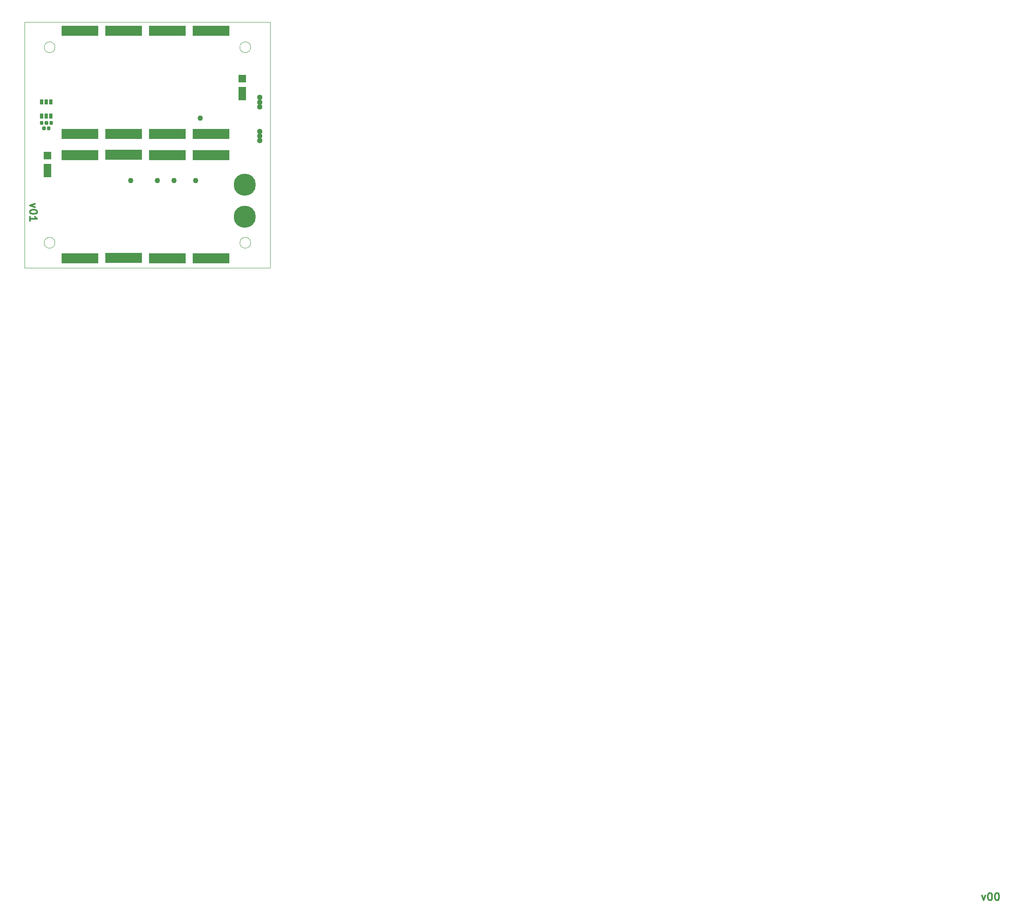
<source format=gbr>
%TF.GenerationSoftware,KiCad,Pcbnew,(5.1.4)-1*%
%TF.CreationDate,2019-12-19T17:58:07-07:00*%
%TF.ProjectId,SolarCell+Y,536f6c61-7243-4656-9c6c-2b592e6b6963,rev?*%
%TF.SameCoordinates,Original*%
%TF.FileFunction,Soldermask,Top*%
%TF.FilePolarity,Negative*%
%FSLAX46Y46*%
G04 Gerber Fmt 4.6, Leading zero omitted, Abs format (unit mm)*
G04 Created by KiCad (PCBNEW (5.1.4)-1) date 2019-12-19 17:58:07*
%MOMM*%
%LPD*%
G04 APERTURE LIST*
%ADD10C,0.300000*%
%ADD11C,0.050000*%
%ADD12C,1.101600*%
%ADD13C,1.117600*%
%ADD14R,7.501600X2.101600*%
%ADD15R,1.501600X1.501600*%
%ADD16R,1.501600X2.801600*%
%ADD17R,0.801600X1.101600*%
%ADD18C,0.100000*%
%ADD19C,0.691600*%
%ADD20C,4.501600*%
G04 APERTURE END LIST*
D10*
X152086428Y-76954285D02*
X151086428Y-77311428D01*
X152086428Y-77668571D01*
X152586428Y-78525714D02*
X152586428Y-78668571D01*
X152515000Y-78811428D01*
X152443571Y-78882857D01*
X152300714Y-78954285D01*
X152015000Y-79025714D01*
X151657857Y-79025714D01*
X151372142Y-78954285D01*
X151229285Y-78882857D01*
X151157857Y-78811428D01*
X151086428Y-78668571D01*
X151086428Y-78525714D01*
X151157857Y-78382857D01*
X151229285Y-78311428D01*
X151372142Y-78240000D01*
X151657857Y-78168571D01*
X152015000Y-78168571D01*
X152300714Y-78240000D01*
X152443571Y-78311428D01*
X152515000Y-78382857D01*
X152586428Y-78525714D01*
X151086428Y-80454285D02*
X151086428Y-79597142D01*
X151086428Y-80025714D02*
X152586428Y-80025714D01*
X152372142Y-79882857D01*
X152229285Y-79740000D01*
X152157857Y-79597142D01*
D11*
X200000000Y-40000000D02*
X150000000Y-40000000D01*
X150000000Y-90000000D02*
X200000000Y-90000000D01*
X150000000Y-40000000D02*
X150000000Y-90000000D01*
X196000000Y-45100000D02*
G75*
G03X196000000Y-45100000I-1100000J0D01*
G01*
X156200000Y-84900000D02*
G75*
G03X156200000Y-84900000I-1100000J0D01*
G01*
X156200000Y-45100000D02*
G75*
G03X156200000Y-45100000I-1100000J0D01*
G01*
X196000000Y-84900000D02*
G75*
G03X196000000Y-84900000I-1100000J0D01*
G01*
X200000000Y-90000000D02*
X200000000Y-40000000D01*
D10*
X344733785Y-217737571D02*
X345090928Y-218737571D01*
X345448071Y-217737571D01*
X346305214Y-217237571D02*
X346448071Y-217237571D01*
X346590928Y-217309000D01*
X346662357Y-217380428D01*
X346733785Y-217523285D01*
X346805214Y-217809000D01*
X346805214Y-218166142D01*
X346733785Y-218451857D01*
X346662357Y-218594714D01*
X346590928Y-218666142D01*
X346448071Y-218737571D01*
X346305214Y-218737571D01*
X346162357Y-218666142D01*
X346090928Y-218594714D01*
X346019500Y-218451857D01*
X345948071Y-218166142D01*
X345948071Y-217809000D01*
X346019500Y-217523285D01*
X346090928Y-217380428D01*
X346162357Y-217309000D01*
X346305214Y-217237571D01*
X347733785Y-217237571D02*
X347876642Y-217237571D01*
X348019500Y-217309000D01*
X348090928Y-217380428D01*
X348162357Y-217523285D01*
X348233785Y-217809000D01*
X348233785Y-218166142D01*
X348162357Y-218451857D01*
X348090928Y-218594714D01*
X348019500Y-218666142D01*
X347876642Y-218737571D01*
X347733785Y-218737571D01*
X347590928Y-218666142D01*
X347519500Y-218594714D01*
X347448071Y-218451857D01*
X347376642Y-218166142D01*
X347376642Y-217809000D01*
X347448071Y-217523285D01*
X347519500Y-217380428D01*
X347590928Y-217309000D01*
X347733785Y-217237571D01*
D12*
X185750200Y-59512200D03*
X184835800Y-72263000D03*
X176987200Y-72263000D03*
X171602400Y-72263000D03*
X180424666Y-72263000D03*
D13*
X197866000Y-64130000D03*
X197866000Y-55330000D03*
X197866000Y-63180000D03*
X197866000Y-62230000D03*
X197866000Y-56280000D03*
X197866000Y-57230000D03*
D14*
X170180000Y-62738000D03*
X170180000Y-41738000D03*
X161290000Y-67056000D03*
X161290000Y-88056000D03*
X170180000Y-67011000D03*
X170180000Y-88011000D03*
X179070000Y-41738000D03*
X179070000Y-62738000D03*
X187960000Y-41738000D03*
X187960000Y-62738000D03*
X179070000Y-88056000D03*
X179070000Y-67056000D03*
X187960000Y-88056000D03*
X187960000Y-67056000D03*
D15*
X154686000Y-67111000D03*
D16*
X154686000Y-70161000D03*
D14*
X161290000Y-62738000D03*
X161290000Y-41738000D03*
D17*
X153482000Y-56208000D03*
X154432000Y-56208000D03*
X155382000Y-56208000D03*
X155382000Y-59108000D03*
X154432000Y-59108000D03*
X153482000Y-59108000D03*
D18*
G36*
X155614847Y-60132833D02*
G01*
X155631631Y-60135322D01*
X155648090Y-60139445D01*
X155664066Y-60145161D01*
X155679404Y-60152416D01*
X155693958Y-60161139D01*
X155707587Y-60171246D01*
X155720159Y-60182641D01*
X155731554Y-60195213D01*
X155741661Y-60208842D01*
X155750384Y-60223396D01*
X155757639Y-60238734D01*
X155763355Y-60254710D01*
X155767478Y-60271169D01*
X155769967Y-60287953D01*
X155770800Y-60304900D01*
X155770800Y-60700700D01*
X155769967Y-60717647D01*
X155767478Y-60734431D01*
X155763355Y-60750890D01*
X155757639Y-60766866D01*
X155750384Y-60782204D01*
X155741661Y-60796758D01*
X155731554Y-60810387D01*
X155720159Y-60822959D01*
X155707587Y-60834354D01*
X155693958Y-60844461D01*
X155679404Y-60853184D01*
X155664066Y-60860439D01*
X155648090Y-60866155D01*
X155631631Y-60870278D01*
X155614847Y-60872767D01*
X155597900Y-60873600D01*
X155252100Y-60873600D01*
X155235153Y-60872767D01*
X155218369Y-60870278D01*
X155201910Y-60866155D01*
X155185934Y-60860439D01*
X155170596Y-60853184D01*
X155156042Y-60844461D01*
X155142413Y-60834354D01*
X155129841Y-60822959D01*
X155118446Y-60810387D01*
X155108339Y-60796758D01*
X155099616Y-60782204D01*
X155092361Y-60766866D01*
X155086645Y-60750890D01*
X155082522Y-60734431D01*
X155080033Y-60717647D01*
X155079200Y-60700700D01*
X155079200Y-60304900D01*
X155080033Y-60287953D01*
X155082522Y-60271169D01*
X155086645Y-60254710D01*
X155092361Y-60238734D01*
X155099616Y-60223396D01*
X155108339Y-60208842D01*
X155118446Y-60195213D01*
X155129841Y-60182641D01*
X155142413Y-60171246D01*
X155156042Y-60161139D01*
X155170596Y-60152416D01*
X155185934Y-60145161D01*
X155201910Y-60139445D01*
X155218369Y-60135322D01*
X155235153Y-60132833D01*
X155252100Y-60132000D01*
X155597900Y-60132000D01*
X155614847Y-60132833D01*
X155614847Y-60132833D01*
G37*
D19*
X155425000Y-60502800D03*
D18*
G36*
X154644847Y-60132833D02*
G01*
X154661631Y-60135322D01*
X154678090Y-60139445D01*
X154694066Y-60145161D01*
X154709404Y-60152416D01*
X154723958Y-60161139D01*
X154737587Y-60171246D01*
X154750159Y-60182641D01*
X154761554Y-60195213D01*
X154771661Y-60208842D01*
X154780384Y-60223396D01*
X154787639Y-60238734D01*
X154793355Y-60254710D01*
X154797478Y-60271169D01*
X154799967Y-60287953D01*
X154800800Y-60304900D01*
X154800800Y-60700700D01*
X154799967Y-60717647D01*
X154797478Y-60734431D01*
X154793355Y-60750890D01*
X154787639Y-60766866D01*
X154780384Y-60782204D01*
X154771661Y-60796758D01*
X154761554Y-60810387D01*
X154750159Y-60822959D01*
X154737587Y-60834354D01*
X154723958Y-60844461D01*
X154709404Y-60853184D01*
X154694066Y-60860439D01*
X154678090Y-60866155D01*
X154661631Y-60870278D01*
X154644847Y-60872767D01*
X154627900Y-60873600D01*
X154282100Y-60873600D01*
X154265153Y-60872767D01*
X154248369Y-60870278D01*
X154231910Y-60866155D01*
X154215934Y-60860439D01*
X154200596Y-60853184D01*
X154186042Y-60844461D01*
X154172413Y-60834354D01*
X154159841Y-60822959D01*
X154148446Y-60810387D01*
X154138339Y-60796758D01*
X154129616Y-60782204D01*
X154122361Y-60766866D01*
X154116645Y-60750890D01*
X154112522Y-60734431D01*
X154110033Y-60717647D01*
X154109200Y-60700700D01*
X154109200Y-60304900D01*
X154110033Y-60287953D01*
X154112522Y-60271169D01*
X154116645Y-60254710D01*
X154122361Y-60238734D01*
X154129616Y-60223396D01*
X154138339Y-60208842D01*
X154148446Y-60195213D01*
X154159841Y-60182641D01*
X154172413Y-60171246D01*
X154186042Y-60161139D01*
X154200596Y-60152416D01*
X154215934Y-60145161D01*
X154231910Y-60139445D01*
X154248369Y-60135322D01*
X154265153Y-60132833D01*
X154282100Y-60132000D01*
X154627900Y-60132000D01*
X154644847Y-60132833D01*
X154644847Y-60132833D01*
G37*
D19*
X154455000Y-60502800D03*
D18*
G36*
X154649647Y-60132833D02*
G01*
X154666431Y-60135322D01*
X154682890Y-60139445D01*
X154698866Y-60145161D01*
X154714204Y-60152416D01*
X154728758Y-60161139D01*
X154742387Y-60171246D01*
X154754959Y-60182641D01*
X154766354Y-60195213D01*
X154776461Y-60208842D01*
X154785184Y-60223396D01*
X154792439Y-60238734D01*
X154798155Y-60254710D01*
X154802278Y-60271169D01*
X154804767Y-60287953D01*
X154805600Y-60304900D01*
X154805600Y-60700700D01*
X154804767Y-60717647D01*
X154802278Y-60734431D01*
X154798155Y-60750890D01*
X154792439Y-60766866D01*
X154785184Y-60782204D01*
X154776461Y-60796758D01*
X154766354Y-60810387D01*
X154754959Y-60822959D01*
X154742387Y-60834354D01*
X154728758Y-60844461D01*
X154714204Y-60853184D01*
X154698866Y-60860439D01*
X154682890Y-60866155D01*
X154666431Y-60870278D01*
X154649647Y-60872767D01*
X154632700Y-60873600D01*
X154286900Y-60873600D01*
X154269953Y-60872767D01*
X154253169Y-60870278D01*
X154236710Y-60866155D01*
X154220734Y-60860439D01*
X154205396Y-60853184D01*
X154190842Y-60844461D01*
X154177213Y-60834354D01*
X154164641Y-60822959D01*
X154153246Y-60810387D01*
X154143139Y-60796758D01*
X154134416Y-60782204D01*
X154127161Y-60766866D01*
X154121445Y-60750890D01*
X154117322Y-60734431D01*
X154114833Y-60717647D01*
X154114000Y-60700700D01*
X154114000Y-60304900D01*
X154114833Y-60287953D01*
X154117322Y-60271169D01*
X154121445Y-60254710D01*
X154127161Y-60238734D01*
X154134416Y-60223396D01*
X154143139Y-60208842D01*
X154153246Y-60195213D01*
X154164641Y-60182641D01*
X154177213Y-60171246D01*
X154190842Y-60161139D01*
X154205396Y-60152416D01*
X154220734Y-60145161D01*
X154236710Y-60139445D01*
X154253169Y-60135322D01*
X154269953Y-60132833D01*
X154286900Y-60132000D01*
X154632700Y-60132000D01*
X154649647Y-60132833D01*
X154649647Y-60132833D01*
G37*
D19*
X154459800Y-60502800D03*
D18*
G36*
X153679647Y-60132833D02*
G01*
X153696431Y-60135322D01*
X153712890Y-60139445D01*
X153728866Y-60145161D01*
X153744204Y-60152416D01*
X153758758Y-60161139D01*
X153772387Y-60171246D01*
X153784959Y-60182641D01*
X153796354Y-60195213D01*
X153806461Y-60208842D01*
X153815184Y-60223396D01*
X153822439Y-60238734D01*
X153828155Y-60254710D01*
X153832278Y-60271169D01*
X153834767Y-60287953D01*
X153835600Y-60304900D01*
X153835600Y-60700700D01*
X153834767Y-60717647D01*
X153832278Y-60734431D01*
X153828155Y-60750890D01*
X153822439Y-60766866D01*
X153815184Y-60782204D01*
X153806461Y-60796758D01*
X153796354Y-60810387D01*
X153784959Y-60822959D01*
X153772387Y-60834354D01*
X153758758Y-60844461D01*
X153744204Y-60853184D01*
X153728866Y-60860439D01*
X153712890Y-60866155D01*
X153696431Y-60870278D01*
X153679647Y-60872767D01*
X153662700Y-60873600D01*
X153316900Y-60873600D01*
X153299953Y-60872767D01*
X153283169Y-60870278D01*
X153266710Y-60866155D01*
X153250734Y-60860439D01*
X153235396Y-60853184D01*
X153220842Y-60844461D01*
X153207213Y-60834354D01*
X153194641Y-60822959D01*
X153183246Y-60810387D01*
X153173139Y-60796758D01*
X153164416Y-60782204D01*
X153157161Y-60766866D01*
X153151445Y-60750890D01*
X153147322Y-60734431D01*
X153144833Y-60717647D01*
X153144000Y-60700700D01*
X153144000Y-60304900D01*
X153144833Y-60287953D01*
X153147322Y-60271169D01*
X153151445Y-60254710D01*
X153157161Y-60238734D01*
X153164416Y-60223396D01*
X153173139Y-60208842D01*
X153183246Y-60195213D01*
X153194641Y-60182641D01*
X153207213Y-60171246D01*
X153220842Y-60161139D01*
X153235396Y-60152416D01*
X153250734Y-60145161D01*
X153266710Y-60139445D01*
X153283169Y-60135322D01*
X153299953Y-60132833D01*
X153316900Y-60132000D01*
X153662700Y-60132000D01*
X153679647Y-60132833D01*
X153679647Y-60132833D01*
G37*
D19*
X153489800Y-60502800D03*
D18*
G36*
X155106847Y-61225033D02*
G01*
X155123631Y-61227522D01*
X155140090Y-61231645D01*
X155156066Y-61237361D01*
X155171404Y-61244616D01*
X155185958Y-61253339D01*
X155199587Y-61263446D01*
X155212159Y-61274841D01*
X155223554Y-61287413D01*
X155233661Y-61301042D01*
X155242384Y-61315596D01*
X155249639Y-61330934D01*
X155255355Y-61346910D01*
X155259478Y-61363369D01*
X155261967Y-61380153D01*
X155262800Y-61397100D01*
X155262800Y-61792900D01*
X155261967Y-61809847D01*
X155259478Y-61826631D01*
X155255355Y-61843090D01*
X155249639Y-61859066D01*
X155242384Y-61874404D01*
X155233661Y-61888958D01*
X155223554Y-61902587D01*
X155212159Y-61915159D01*
X155199587Y-61926554D01*
X155185958Y-61936661D01*
X155171404Y-61945384D01*
X155156066Y-61952639D01*
X155140090Y-61958355D01*
X155123631Y-61962478D01*
X155106847Y-61964967D01*
X155089900Y-61965800D01*
X154744100Y-61965800D01*
X154727153Y-61964967D01*
X154710369Y-61962478D01*
X154693910Y-61958355D01*
X154677934Y-61952639D01*
X154662596Y-61945384D01*
X154648042Y-61936661D01*
X154634413Y-61926554D01*
X154621841Y-61915159D01*
X154610446Y-61902587D01*
X154600339Y-61888958D01*
X154591616Y-61874404D01*
X154584361Y-61859066D01*
X154578645Y-61843090D01*
X154574522Y-61826631D01*
X154572033Y-61809847D01*
X154571200Y-61792900D01*
X154571200Y-61397100D01*
X154572033Y-61380153D01*
X154574522Y-61363369D01*
X154578645Y-61346910D01*
X154584361Y-61330934D01*
X154591616Y-61315596D01*
X154600339Y-61301042D01*
X154610446Y-61287413D01*
X154621841Y-61274841D01*
X154634413Y-61263446D01*
X154648042Y-61253339D01*
X154662596Y-61244616D01*
X154677934Y-61237361D01*
X154693910Y-61231645D01*
X154710369Y-61227522D01*
X154727153Y-61225033D01*
X154744100Y-61224200D01*
X155089900Y-61224200D01*
X155106847Y-61225033D01*
X155106847Y-61225033D01*
G37*
D19*
X154917000Y-61595000D03*
D18*
G36*
X154136847Y-61225033D02*
G01*
X154153631Y-61227522D01*
X154170090Y-61231645D01*
X154186066Y-61237361D01*
X154201404Y-61244616D01*
X154215958Y-61253339D01*
X154229587Y-61263446D01*
X154242159Y-61274841D01*
X154253554Y-61287413D01*
X154263661Y-61301042D01*
X154272384Y-61315596D01*
X154279639Y-61330934D01*
X154285355Y-61346910D01*
X154289478Y-61363369D01*
X154291967Y-61380153D01*
X154292800Y-61397100D01*
X154292800Y-61792900D01*
X154291967Y-61809847D01*
X154289478Y-61826631D01*
X154285355Y-61843090D01*
X154279639Y-61859066D01*
X154272384Y-61874404D01*
X154263661Y-61888958D01*
X154253554Y-61902587D01*
X154242159Y-61915159D01*
X154229587Y-61926554D01*
X154215958Y-61936661D01*
X154201404Y-61945384D01*
X154186066Y-61952639D01*
X154170090Y-61958355D01*
X154153631Y-61962478D01*
X154136847Y-61964967D01*
X154119900Y-61965800D01*
X153774100Y-61965800D01*
X153757153Y-61964967D01*
X153740369Y-61962478D01*
X153723910Y-61958355D01*
X153707934Y-61952639D01*
X153692596Y-61945384D01*
X153678042Y-61936661D01*
X153664413Y-61926554D01*
X153651841Y-61915159D01*
X153640446Y-61902587D01*
X153630339Y-61888958D01*
X153621616Y-61874404D01*
X153614361Y-61859066D01*
X153608645Y-61843090D01*
X153604522Y-61826631D01*
X153602033Y-61809847D01*
X153601200Y-61792900D01*
X153601200Y-61397100D01*
X153602033Y-61380153D01*
X153604522Y-61363369D01*
X153608645Y-61346910D01*
X153614361Y-61330934D01*
X153621616Y-61315596D01*
X153630339Y-61301042D01*
X153640446Y-61287413D01*
X153651841Y-61274841D01*
X153664413Y-61263446D01*
X153678042Y-61253339D01*
X153692596Y-61244616D01*
X153707934Y-61237361D01*
X153723910Y-61231645D01*
X153740369Y-61227522D01*
X153757153Y-61225033D01*
X153774100Y-61224200D01*
X154119900Y-61224200D01*
X154136847Y-61225033D01*
X154136847Y-61225033D01*
G37*
D19*
X153947000Y-61595000D03*
D15*
X194310000Y-51490000D03*
D16*
X194310000Y-54540000D03*
D20*
X194800000Y-73100000D03*
X194800000Y-79600000D03*
M02*

</source>
